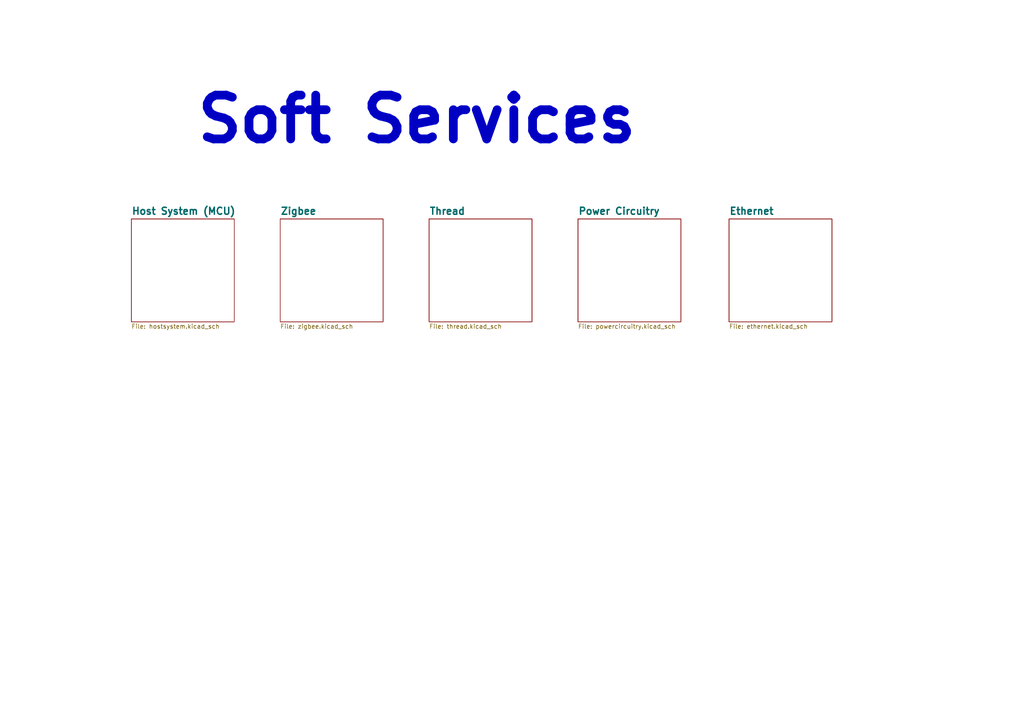
<source format=kicad_sch>
(kicad_sch
	(version 20250114)
	(generator "eeschema")
	(generator_version "9.0")
	(uuid "b43b7bca-e50d-42ec-8ff0-e0016dfefe0a")
	(paper "A4")
	(lib_symbols)
	(text "Soft Services"
		(exclude_from_sim no)
		(at 120.904 34.798 0)
		(effects
			(font
				(size 12.7 12.7)
				(thickness 2.54)
				(bold yes)
			)
		)
		(uuid "796ed5a8-25c2-4232-9248-8277af743af8")
	)
	(sheet
		(at 167.64 63.5)
		(size 29.845 29.845)
		(exclude_from_sim no)
		(in_bom yes)
		(on_board yes)
		(dnp no)
		(fields_autoplaced yes)
		(stroke
			(width 0.1524)
			(type solid)
		)
		(fill
			(color 0 0 0 0.0000)
		)
		(uuid "13a7821e-2ee3-4360-911d-96166c961e5a")
		(property "Sheetname" "Power Circuitry"
			(at 167.64 62.4074 0)
			(effects
				(font
					(size 2.032 2.032)
					(thickness 0.4064)
					(bold yes)
				)
				(justify left bottom)
			)
		)
		(property "Sheetfile" "powercircuitry.kicad_sch"
			(at 167.64 93.9296 0)
			(effects
				(font
					(size 1.27 1.27)
				)
				(justify left top)
			)
		)
		(instances
			(project "Leonhart"
				(path "/b43b7bca-e50d-42ec-8ff0-e0016dfefe0a"
					(page "5")
				)
			)
		)
	)
	(sheet
		(at 81.28 63.5)
		(size 29.845 29.845)
		(exclude_from_sim no)
		(in_bom yes)
		(on_board yes)
		(dnp no)
		(fields_autoplaced yes)
		(stroke
			(width 0.1524)
			(type solid)
		)
		(fill
			(color 0 0 0 0.0000)
		)
		(uuid "4037e4ca-7763-453b-96d1-7d8342daaa99")
		(property "Sheetname" "Zigbee"
			(at 81.28 62.4074 0)
			(effects
				(font
					(size 2.032 2.032)
					(thickness 0.4064)
					(bold yes)
				)
				(justify left bottom)
			)
		)
		(property "Sheetfile" "zigbee.kicad_sch"
			(at 81.28 93.9296 0)
			(effects
				(font
					(size 1.27 1.27)
				)
				(justify left top)
			)
		)
		(instances
			(project "Leonhart"
				(path "/b43b7bca-e50d-42ec-8ff0-e0016dfefe0a"
					(page "3")
				)
			)
		)
	)
	(sheet
		(at 38.1 63.5)
		(size 29.845 29.845)
		(exclude_from_sim no)
		(in_bom yes)
		(on_board yes)
		(dnp no)
		(fields_autoplaced yes)
		(stroke
			(width 0.1524)
			(type solid)
		)
		(fill
			(color 0 0 0 0.0000)
		)
		(uuid "5bbf73b3-d883-47e7-ac01-c5b0358ac807")
		(property "Sheetname" "Host System (MCU)"
			(at 38.1 62.4074 0)
			(effects
				(font
					(size 2.032 2.032)
					(thickness 0.4064)
					(bold yes)
				)
				(justify left bottom)
			)
		)
		(property "Sheetfile" "hostsystem.kicad_sch"
			(at 38.1 93.9296 0)
			(effects
				(font
					(size 1.27 1.27)
				)
				(justify left top)
			)
		)
		(instances
			(project "Leonhart"
				(path "/b43b7bca-e50d-42ec-8ff0-e0016dfefe0a"
					(page "2")
				)
			)
		)
	)
	(sheet
		(at 211.455 63.5)
		(size 29.845 29.845)
		(exclude_from_sim no)
		(in_bom yes)
		(on_board yes)
		(dnp no)
		(fields_autoplaced yes)
		(stroke
			(width 0.1524)
			(type solid)
		)
		(fill
			(color 0 0 0 0.0000)
		)
		(uuid "6c7f2037-3077-4980-ab71-7ff032fdfd6e")
		(property "Sheetname" "Ethernet"
			(at 211.455 62.4074 0)
			(effects
				(font
					(size 2.032 2.032)
					(thickness 0.4064)
					(bold yes)
				)
				(justify left bottom)
			)
		)
		(property "Sheetfile" "ethernet.kicad_sch"
			(at 211.455 93.9296 0)
			(effects
				(font
					(size 1.27 1.27)
				)
				(justify left top)
			)
		)
		(instances
			(project "Leonhart"
				(path "/b43b7bca-e50d-42ec-8ff0-e0016dfefe0a"
					(page "6")
				)
			)
		)
	)
	(sheet
		(at 124.46 63.5)
		(size 29.845 29.845)
		(exclude_from_sim no)
		(in_bom yes)
		(on_board yes)
		(dnp no)
		(fields_autoplaced yes)
		(stroke
			(width 0.1524)
			(type solid)
		)
		(fill
			(color 0 0 0 0.0000)
		)
		(uuid "ab846a80-6f2e-4d25-9090-1f6af1d6fbdd")
		(property "Sheetname" "Thread"
			(at 124.46 62.4074 0)
			(effects
				(font
					(size 2.032 2.032)
					(thickness 0.4064)
					(bold yes)
				)
				(justify left bottom)
			)
		)
		(property "Sheetfile" "thread.kicad_sch"
			(at 124.46 93.9296 0)
			(effects
				(font
					(size 1.27 1.27)
				)
				(justify left top)
			)
		)
		(instances
			(project "Leonhart"
				(path "/b43b7bca-e50d-42ec-8ff0-e0016dfefe0a"
					(page "4")
				)
			)
		)
	)
	(sheet_instances
		(path "/"
			(page "1")
		)
	)
	(embedded_fonts no)
)

</source>
